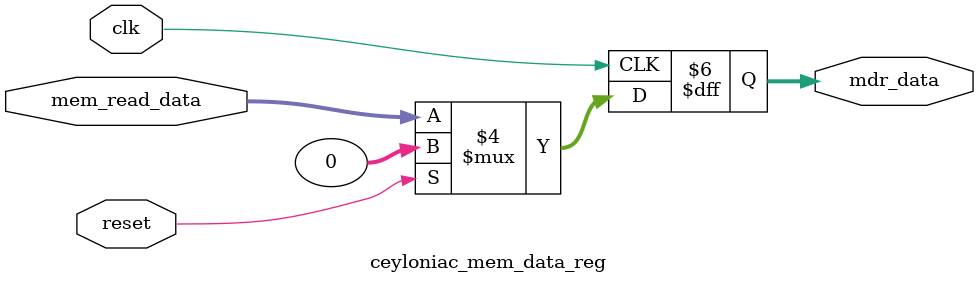
<source format=v>
`timescale 1ns / 1ps
module ceyloniac_mem_data_reg
#(parameter RAM_DATA_WIDTH=32) 
(
clk,
reset,
mem_read_data,
mdr_data
);

input clk;
input reset;
input [RAM_DATA_WIDTH-1:0]mem_read_data;
output reg[RAM_DATA_WIDTH-1:0]mdr_data;

always@(posedge clk)begin
  if(!reset)begin
    mdr_data<=mem_read_data;
  end
  else begin
     mdr_data<=0;
  end
end

endmodule

</source>
